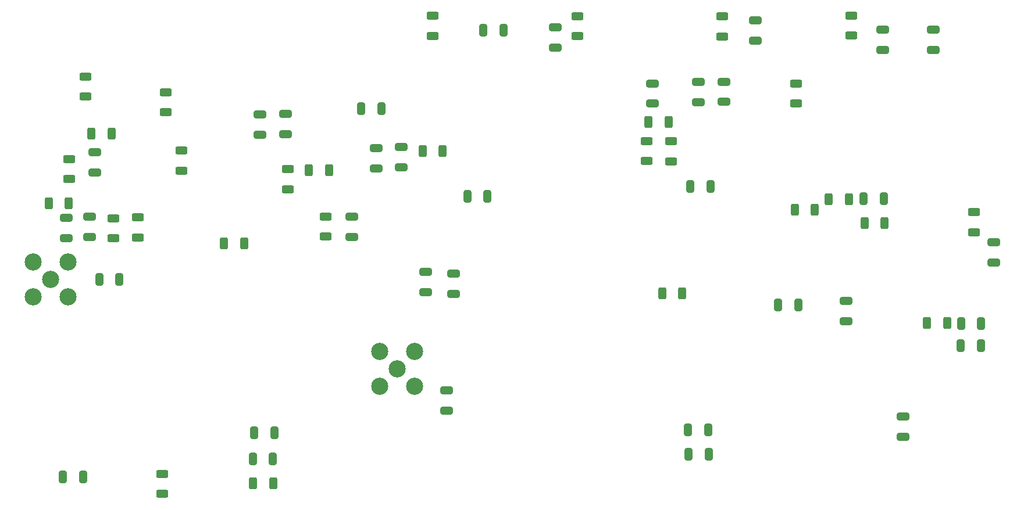
<source format=gbr>
%TF.GenerationSoftware,KiCad,Pcbnew,(6.0.7)*%
%TF.CreationDate,2023-01-27T14:31:18-05:00*%
%TF.ProjectId,Phoenix612_All_Stages_PA_Testing_v2,50686f65-6e69-4783-9631-325f416c6c5f,rev?*%
%TF.SameCoordinates,Original*%
%TF.FileFunction,Paste,Top*%
%TF.FilePolarity,Positive*%
%FSLAX46Y46*%
G04 Gerber Fmt 4.6, Leading zero omitted, Abs format (unit mm)*
G04 Created by KiCad (PCBNEW (6.0.7)) date 2023-01-27 14:31:18*
%MOMM*%
%LPD*%
G01*
G04 APERTURE LIST*
G04 Aperture macros list*
%AMRoundRect*
0 Rectangle with rounded corners*
0 $1 Rounding radius*
0 $2 $3 $4 $5 $6 $7 $8 $9 X,Y pos of 4 corners*
0 Add a 4 corners polygon primitive as box body*
4,1,4,$2,$3,$4,$5,$6,$7,$8,$9,$2,$3,0*
0 Add four circle primitives for the rounded corners*
1,1,$1+$1,$2,$3*
1,1,$1+$1,$4,$5*
1,1,$1+$1,$6,$7*
1,1,$1+$1,$8,$9*
0 Add four rect primitives between the rounded corners*
20,1,$1+$1,$2,$3,$4,$5,0*
20,1,$1+$1,$4,$5,$6,$7,0*
20,1,$1+$1,$6,$7,$8,$9,0*
20,1,$1+$1,$8,$9,$2,$3,0*%
G04 Aperture macros list end*
%ADD10RoundRect,0.250000X0.650000X-0.325000X0.650000X0.325000X-0.650000X0.325000X-0.650000X-0.325000X0*%
%ADD11RoundRect,0.250000X-0.625000X0.312500X-0.625000X-0.312500X0.625000X-0.312500X0.625000X0.312500X0*%
%ADD12RoundRect,0.250000X-0.325000X-0.650000X0.325000X-0.650000X0.325000X0.650000X-0.325000X0.650000X0*%
%ADD13RoundRect,0.250000X0.625000X-0.312500X0.625000X0.312500X-0.625000X0.312500X-0.625000X-0.312500X0*%
%ADD14C,2.500000*%
%ADD15RoundRect,0.250000X-0.650000X0.325000X-0.650000X-0.325000X0.650000X-0.325000X0.650000X0.325000X0*%
%ADD16RoundRect,0.250000X-0.312500X-0.625000X0.312500X-0.625000X0.312500X0.625000X-0.312500X0.625000X0*%
%ADD17RoundRect,0.250000X0.312500X0.625000X-0.312500X0.625000X-0.312500X-0.625000X0.312500X-0.625000X0*%
%ADD18RoundRect,0.250000X0.325000X0.650000X-0.325000X0.650000X-0.325000X-0.650000X0.325000X-0.650000X0*%
G04 APERTURE END LIST*
D10*
%TO.C,C36*%
X66478250Y-58952151D03*
X66478250Y-56002151D03*
%TD*%
D11*
%TO.C,R8*%
X87900750Y-41702000D03*
X87900750Y-44627000D03*
%TD*%
D10*
%TO.C,C19*%
X86925250Y-81993000D03*
X86925250Y-79043000D03*
%TD*%
%TO.C,C18*%
X89909750Y-99201500D03*
X89909750Y-96251500D03*
%TD*%
D12*
%TO.C,C40*%
X39349250Y-80083151D03*
X42299250Y-80083151D03*
%TD*%
D13*
%TO.C,R10*%
X119079250Y-62851500D03*
X119079250Y-59926500D03*
%TD*%
D14*
%TO.C,J16*%
X32251750Y-80083151D03*
X34791750Y-77543151D03*
X34791750Y-82623151D03*
X29711750Y-82623151D03*
X29711750Y-77543151D03*
%TD*%
D15*
%TO.C,C39*%
X37966750Y-70988151D03*
X37966750Y-73938151D03*
%TD*%
D16*
%TO.C,R3*%
X121340250Y-82105500D03*
X124265250Y-82105500D03*
%TD*%
D10*
%TO.C,C38*%
X62731750Y-59015651D03*
X62731750Y-56065651D03*
%TD*%
D11*
%TO.C,R13*%
X140859750Y-51544500D03*
X140859750Y-54469500D03*
%TD*%
D17*
%TO.C,R21*%
X34920750Y-68970651D03*
X31995750Y-68970651D03*
%TD*%
D11*
%TO.C,R9*%
X148901250Y-41654000D03*
X148901250Y-44579000D03*
%TD*%
D10*
%TO.C,C8*%
X156394250Y-103026000D03*
X156394250Y-100076000D03*
%TD*%
D13*
%TO.C,R23*%
X41395750Y-74116151D03*
X41395750Y-71191151D03*
%TD*%
D14*
%TO.C,J8*%
X82734250Y-93154500D03*
X85274250Y-95694500D03*
X80194250Y-90614500D03*
X80194250Y-95694500D03*
X85274250Y-90614500D03*
%TD*%
D16*
%TO.C,R17*%
X140644250Y-69913500D03*
X143569250Y-69913500D03*
%TD*%
D13*
%TO.C,R19*%
X44951750Y-73989151D03*
X44951750Y-71064151D03*
%TD*%
D15*
%TO.C,C41*%
X38728750Y-61590151D03*
X38728750Y-64540151D03*
%TD*%
D17*
%TO.C,R16*%
X148522250Y-68453000D03*
X145597250Y-68453000D03*
%TD*%
D15*
%TO.C,C42*%
X34601250Y-71115151D03*
X34601250Y-74065151D03*
%TD*%
D10*
%TO.C,C29*%
X119904750Y-54482000D03*
X119904750Y-51532000D03*
%TD*%
D11*
%TO.C,R20*%
X34982250Y-62555151D03*
X34982250Y-65480151D03*
%TD*%
D18*
%TO.C,C20*%
X95893250Y-68008500D03*
X92943250Y-68008500D03*
%TD*%
D15*
%TO.C,C4*%
X169602250Y-74661500D03*
X169602250Y-77611500D03*
%TD*%
D16*
%TO.C,R4*%
X61777250Y-109855000D03*
X64702250Y-109855000D03*
%TD*%
D15*
%TO.C,C43*%
X76130250Y-70988151D03*
X76130250Y-73938151D03*
%TD*%
%TO.C,C21*%
X83328750Y-60803000D03*
X83328750Y-63753000D03*
%TD*%
D11*
%TO.C,R29*%
X37331750Y-50544000D03*
X37331750Y-53469000D03*
%TD*%
D15*
%TO.C,C24*%
X105784750Y-43356000D03*
X105784750Y-46306000D03*
%TD*%
D11*
%TO.C,R6*%
X108959750Y-41717500D03*
X108959750Y-44642500D03*
%TD*%
D16*
%TO.C,R25*%
X57522750Y-74876151D03*
X60447750Y-74876151D03*
%TD*%
D15*
%TO.C,C28*%
X153409750Y-43737000D03*
X153409750Y-46687000D03*
%TD*%
D17*
%TO.C,R22*%
X41143750Y-58874151D03*
X38218750Y-58874151D03*
%TD*%
D13*
%TO.C,R5*%
X48571250Y-111381000D03*
X48571250Y-108456000D03*
%TD*%
D10*
%TO.C,C15*%
X90925750Y-82247000D03*
X90925750Y-79297000D03*
%TD*%
D12*
%TO.C,C1*%
X164761750Y-89725500D03*
X167711750Y-89725500D03*
%TD*%
D11*
%TO.C,R14*%
X130064750Y-41765500D03*
X130064750Y-44690500D03*
%TD*%
D16*
%TO.C,R11*%
X119331250Y-57134500D03*
X122256250Y-57134500D03*
%TD*%
D18*
%TO.C,C22*%
X98242750Y-43751500D03*
X95292750Y-43751500D03*
%TD*%
D17*
%TO.C,R15*%
X153729250Y-71882000D03*
X150804250Y-71882000D03*
%TD*%
D15*
%TO.C,C31*%
X126572250Y-51341500D03*
X126572250Y-54291500D03*
%TD*%
D12*
%TO.C,C3*%
X164825250Y-86550500D03*
X167775250Y-86550500D03*
%TD*%
%TO.C,C10*%
X61701250Y-106235500D03*
X64651250Y-106235500D03*
%TD*%
D15*
%TO.C,C2*%
X148139250Y-83234000D03*
X148139250Y-86184000D03*
%TD*%
D16*
%TO.C,R7*%
X86440250Y-61389000D03*
X89365250Y-61389000D03*
%TD*%
D12*
%TO.C,C11*%
X61891750Y-102425500D03*
X64841750Y-102425500D03*
%TD*%
D18*
%TO.C,C25*%
X80422250Y-55229500D03*
X77472250Y-55229500D03*
%TD*%
D15*
%TO.C,C32*%
X130318750Y-51278000D03*
X130318750Y-54228000D03*
%TD*%
D18*
%TO.C,C30*%
X128379250Y-66596000D03*
X125429250Y-66596000D03*
%TD*%
%TO.C,C13*%
X128087750Y-105600500D03*
X125137750Y-105600500D03*
%TD*%
D12*
%TO.C,C35*%
X153629250Y-68326000D03*
X150679250Y-68326000D03*
%TD*%
D13*
%TO.C,R24*%
X51301750Y-64264000D03*
X51301750Y-61339000D03*
%TD*%
D18*
%TO.C,C9*%
X128024250Y-102044500D03*
X125074250Y-102044500D03*
%TD*%
D11*
%TO.C,R18*%
X49015750Y-55755000D03*
X49015750Y-52830000D03*
%TD*%
D18*
%TO.C,C14*%
X37028750Y-108902500D03*
X34078750Y-108902500D03*
%TD*%
D11*
%TO.C,R27*%
X66795750Y-64017651D03*
X66795750Y-66942651D03*
%TD*%
D13*
%TO.C,R26*%
X72320250Y-73862151D03*
X72320250Y-70937151D03*
%TD*%
D16*
%TO.C,R28*%
X69907250Y-64208151D03*
X72832250Y-64208151D03*
%TD*%
D18*
%TO.C,C6*%
X141168750Y-83820000D03*
X138218750Y-83820000D03*
%TD*%
D15*
%TO.C,C23*%
X79709250Y-61008000D03*
X79709250Y-63958000D03*
%TD*%
%TO.C,C26*%
X160775750Y-43673500D03*
X160775750Y-46623500D03*
%TD*%
D10*
%TO.C,C33*%
X134890750Y-45274500D03*
X134890750Y-42324500D03*
%TD*%
D11*
%TO.C,R2*%
X166744750Y-70292500D03*
X166744750Y-73217500D03*
%TD*%
D17*
%TO.C,R1*%
X162809750Y-86487000D03*
X159884750Y-86487000D03*
%TD*%
D13*
%TO.C,R12*%
X122635250Y-62915000D03*
X122635250Y-59990000D03*
%TD*%
M02*

</source>
